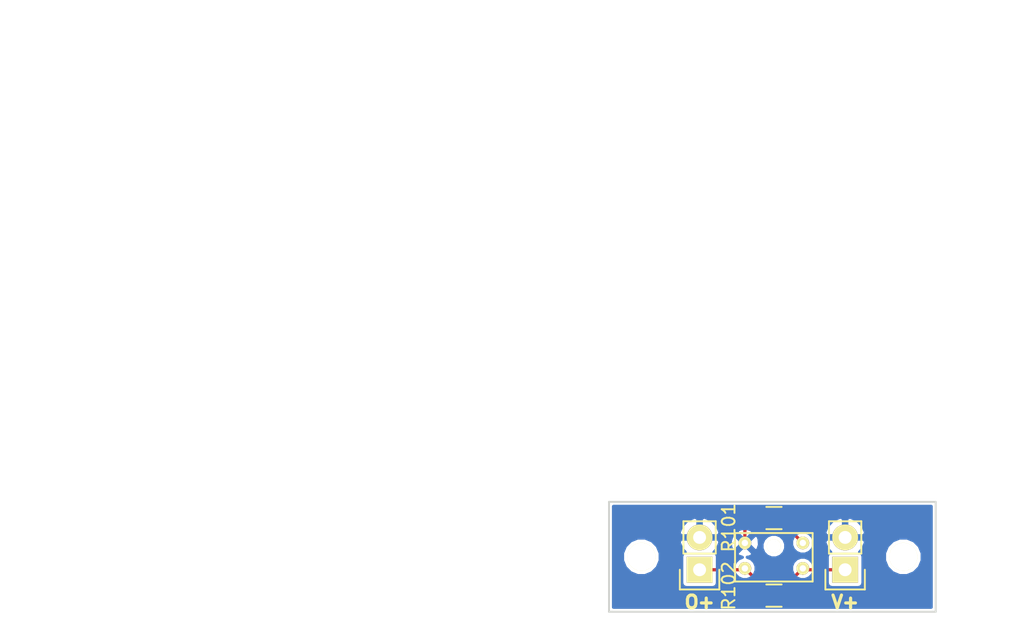
<source format=kicad_pcb>
(kicad_pcb (version 4) (host pcbnew 4.0.2+e4-6225~38~ubuntu16.04.1-stable)

  (general
    (links 0)
    (no_connects 0)
    (area 104.572999 74.854999 178.510001 125.763)
    (thickness 1.6)
    (drawings 23)
    (tracks 12)
    (zones 0)
    (modules 7)
    (nets 5)
  )

  (page A4)
  (title_block
    (title "Project Title")
  )

  (layers
    (0 F.Cu signal)
    (31 B.Cu signal)
    (34 B.Paste user)
    (35 F.Paste user)
    (36 B.SilkS user)
    (37 F.SilkS user)
    (38 B.Mask user)
    (39 F.Mask user)
    (44 Edge.Cuts user)
    (46 B.CrtYd user)
    (47 F.CrtYd user)
    (48 B.Fab user)
    (49 F.Fab user)
  )

  (setup
    (last_trace_width 0.254)
    (user_trace_width 0.1524)
    (user_trace_width 0.254)
    (user_trace_width 0.3302)
    (user_trace_width 0.508)
    (user_trace_width 0.762)
    (user_trace_width 1.27)
    (trace_clearance 0.254)
    (zone_clearance 0.1524)
    (zone_45_only no)
    (trace_min 0.1524)
    (segment_width 0.2)
    (edge_width 0.15)
    (via_size 0.6858)
    (via_drill 0.3302)
    (via_min_size 0.6858)
    (via_min_drill 0.3302)
    (user_via 0.6858 0.3302)
    (user_via 0.762 0.4064)
    (user_via 0.8636 0.508)
    (uvia_size 0.6858)
    (uvia_drill 0.3302)
    (uvias_allowed no)
    (uvia_min_size 0)
    (uvia_min_drill 0)
    (pcb_text_width 0.3)
    (pcb_text_size 1.5 1.5)
    (mod_edge_width 0.15)
    (mod_text_size 1 1)
    (mod_text_width 0.15)
    (pad_size 1.524 1.524)
    (pad_drill 0.762)
    (pad_to_mask_clearance 0.2)
    (aux_axis_origin 0 0)
    (visible_elements FFFEDF7D)
    (pcbplotparams
      (layerselection 0x000fc_80000001)
      (usegerberextensions true)
      (excludeedgelayer true)
      (linewidth 0.100000)
      (plotframeref false)
      (viasonmask false)
      (mode 1)
      (useauxorigin false)
      (hpglpennumber 1)
      (hpglpenspeed 20)
      (hpglpendiameter 15)
      (hpglpenoverlay 2)
      (psnegative false)
      (psa4output false)
      (plotreference true)
      (plotvalue true)
      (plotinvisibletext false)
      (padsonsilk false)
      (subtractmaskfromsilk false)
      (outputformat 1)
      (mirror false)
      (drillshape 0)
      (scaleselection 1)
      (outputdirectory ""))
  )

  (net 0 "")
  (net 1 VCC)
  (net 2 GND)
  (net 3 "Net-(P102-Pad1)")
  (net 4 "Net-(R101-Pad1)")

  (net_class Default "This is the default net class."
    (clearance 0.254)
    (trace_width 0.254)
    (via_dia 0.6858)
    (via_drill 0.3302)
    (uvia_dia 0.6858)
    (uvia_drill 0.3302)
    (add_net GND)
    (add_net "Net-(P102-Pad1)")
    (add_net "Net-(R101-Pad1)")
    (add_net VCC)
  )

  (module Mounting_Holes:MountingHole_2.2mm_M2 (layer F.Cu) (tedit 57A52C6D) (tstamp 57A52B9E)
    (at 175.514 118.618)
    (descr "Mounting Hole 2.2mm, no annular, M2")
    (tags "mounting hole 2.2mm no annular m2")
    (fp_text reference REF** (at 0 -3.2) (layer F.SilkS) hide
      (effects (font (size 1 1) (thickness 0.15)))
    )
    (fp_text value MountingHole_2.2mm_M2 (at 0 3.2) (layer F.Fab)
      (effects (font (size 1 1) (thickness 0.15)))
    )
    (fp_circle (center 0 0) (end 2.2 0) (layer Cmts.User) (width 0.15))
    (fp_circle (center 0 0) (end 2.45 0) (layer F.CrtYd) (width 0.05))
    (pad 1 np_thru_hole circle (at 0 0) (size 2.2 2.2) (drill 2.2) (layers *.Cu *.Mask F.SilkS))
  )

  (module Pin_Headers:Pin_Header_Straight_1x02 (layer F.Cu) (tedit 57A52752) (tstamp 57A526CC)
    (at 170.942 119.634 180)
    (descr "Through hole pin header")
    (tags "pin header")
    (path /57A5313B)
    (fp_text reference P101 (at 0 -5.1 180) (layer F.SilkS) hide
      (effects (font (size 1 1) (thickness 0.15)))
    )
    (fp_text value VCC (at 0 -3.1 180) (layer F.Fab)
      (effects (font (size 1 1) (thickness 0.15)))
    )
    (fp_line (start 1.27 1.27) (end 1.27 3.81) (layer F.SilkS) (width 0.15))
    (fp_line (start 1.55 -1.55) (end 1.55 0) (layer F.SilkS) (width 0.15))
    (fp_line (start -1.75 -1.75) (end -1.75 4.3) (layer F.CrtYd) (width 0.05))
    (fp_line (start 1.75 -1.75) (end 1.75 4.3) (layer F.CrtYd) (width 0.05))
    (fp_line (start -1.75 -1.75) (end 1.75 -1.75) (layer F.CrtYd) (width 0.05))
    (fp_line (start -1.75 4.3) (end 1.75 4.3) (layer F.CrtYd) (width 0.05))
    (fp_line (start 1.27 1.27) (end -1.27 1.27) (layer F.SilkS) (width 0.15))
    (fp_line (start -1.55 0) (end -1.55 -1.55) (layer F.SilkS) (width 0.15))
    (fp_line (start -1.55 -1.55) (end 1.55 -1.55) (layer F.SilkS) (width 0.15))
    (fp_line (start -1.27 1.27) (end -1.27 3.81) (layer F.SilkS) (width 0.15))
    (fp_line (start -1.27 3.81) (end 1.27 3.81) (layer F.SilkS) (width 0.15))
    (pad 1 thru_hole rect (at 0 0 180) (size 2.032 2.032) (drill 1.016) (layers *.Cu *.Mask F.SilkS)
      (net 1 VCC))
    (pad 2 thru_hole oval (at 0 2.54 180) (size 2.032 2.032) (drill 1.016) (layers *.Cu *.Mask F.SilkS)
      (net 2 GND))
    (model Pin_Headers.3dshapes/Pin_Header_Straight_1x02.wrl
      (at (xyz 0 -0.05 0))
      (scale (xyz 1 1 1))
      (rotate (xyz 0 0 90))
    )
  )

  (module Resistors_SMD:R_0805_HandSoldering (layer F.Cu) (tedit 54189DEE) (tstamp 57A526D8)
    (at 165.354 115.57 180)
    (descr "Resistor SMD 0805, hand soldering")
    (tags "resistor 0805")
    (path /57A52182)
    (attr smd)
    (fp_text reference R101 (at 3.556 -0.762 270) (layer F.SilkS)
      (effects (font (size 1 1) (thickness 0.15)))
    )
    (fp_text value 100 (at 0 2.1 180) (layer F.Fab)
      (effects (font (size 1 1) (thickness 0.15)))
    )
    (fp_line (start -2.4 -1) (end 2.4 -1) (layer F.CrtYd) (width 0.05))
    (fp_line (start -2.4 1) (end 2.4 1) (layer F.CrtYd) (width 0.05))
    (fp_line (start -2.4 -1) (end -2.4 1) (layer F.CrtYd) (width 0.05))
    (fp_line (start 2.4 -1) (end 2.4 1) (layer F.CrtYd) (width 0.05))
    (fp_line (start 0.6 0.875) (end -0.6 0.875) (layer F.SilkS) (width 0.15))
    (fp_line (start -0.6 -0.875) (end 0.6 -0.875) (layer F.SilkS) (width 0.15))
    (pad 1 smd rect (at -1.35 0 180) (size 1.5 1.3) (layers F.Cu F.Paste F.Mask)
      (net 4 "Net-(R101-Pad1)"))
    (pad 2 smd rect (at 1.35 0 180) (size 1.5 1.3) (layers F.Cu F.Paste F.Mask)
      (net 2 GND))
    (model Resistors_SMD.3dshapes/R_0805_HandSoldering.wrl
      (at (xyz 0 0 0))
      (scale (xyz 1 1 1))
      (rotate (xyz 0 0 0))
    )
  )

  (module Resistors_SMD:R_0805_HandSoldering (layer F.Cu) (tedit 54189DEE) (tstamp 57A526DE)
    (at 165.354 121.666 180)
    (descr "Resistor SMD 0805, hand soldering")
    (tags "resistor 0805")
    (path /57A52450)
    (attr smd)
    (fp_text reference R102 (at 3.556 0.762 270) (layer F.SilkS)
      (effects (font (size 1 1) (thickness 0.15)))
    )
    (fp_text value 10k (at 0 2.1 180) (layer F.Fab)
      (effects (font (size 1 1) (thickness 0.15)))
    )
    (fp_line (start -2.4 -1) (end 2.4 -1) (layer F.CrtYd) (width 0.05))
    (fp_line (start -2.4 1) (end 2.4 1) (layer F.CrtYd) (width 0.05))
    (fp_line (start -2.4 -1) (end -2.4 1) (layer F.CrtYd) (width 0.05))
    (fp_line (start 2.4 -1) (end 2.4 1) (layer F.CrtYd) (width 0.05))
    (fp_line (start 0.6 0.875) (end -0.6 0.875) (layer F.SilkS) (width 0.15))
    (fp_line (start -0.6 -0.875) (end 0.6 -0.875) (layer F.SilkS) (width 0.15))
    (pad 1 smd rect (at -1.35 0 180) (size 1.5 1.3) (layers F.Cu F.Paste F.Mask)
      (net 1 VCC))
    (pad 2 smd rect (at 1.35 0 180) (size 1.5 1.3) (layers F.Cu F.Paste F.Mask)
      (net 3 "Net-(P102-Pad1)"))
    (model Resistors_SMD.3dshapes/R_0805_HandSoldering.wrl
      (at (xyz 0 0 0))
      (scale (xyz 1 1 1))
      (rotate (xyz 0 0 0))
    )
  )

  (module encoder:GP1S094HCZ0F (layer F.Cu) (tedit 57A5277D) (tstamp 57A526E7)
    (at 165.344714 118.527)
    (path /57A51DA6)
    (fp_text reference U101 (at 0 4.826) (layer F.SilkS) hide
      (effects (font (size 1 1) (thickness 0.15)))
    )
    (fp_text value GP1S094HCZ0F (at 0 -2.794) (layer F.Fab)
      (effects (font (size 1 1) (thickness 0.15)))
    )
    (fp_line (start 3.048 2.032) (end 3.048 -1.778) (layer F.SilkS) (width 0.15))
    (fp_line (start -3.048 2.032) (end 3.048 2.032) (layer F.SilkS) (width 0.15))
    (fp_line (start -3.048 2.032) (end -3.048 -1.778) (layer F.SilkS) (width 0.15))
    (fp_line (start -3.048 -1.778) (end 3.048 -1.778) (layer F.SilkS) (width 0.15))
    (pad 3 thru_hole circle (at -2.275 -1) (size 1 1) (drill 0.5) (layers *.Cu *.Mask F.SilkS)
      (net 2 GND))
    (pad 2 thru_hole circle (at -2.275 1) (size 1 1) (drill 0.5) (layers *.Cu *.Mask F.SilkS)
      (net 3 "Net-(P102-Pad1)"))
    (pad 1 thru_hole circle (at 2.275 1) (size 1 1) (drill 0.5) (layers *.Cu *.Mask F.SilkS)
      (net 1 VCC))
    (pad 4 thru_hole circle (at 2.275 -1) (size 1 1) (drill 0.5) (layers *.Cu *.Mask F.SilkS)
      (net 4 "Net-(R101-Pad1)"))
    (pad "" np_thru_hole circle (at 0 -0.75) (size 1.1 1.1) (drill 1.1) (layers *.Cu *.Mask F.SilkS))
  )

  (module Pin_Headers:Pin_Header_Straight_1x02 (layer F.Cu) (tedit 57A5274F) (tstamp 57A52721)
    (at 159.512 119.634 180)
    (descr "Through hole pin header")
    (tags "pin header")
    (path /57A53442)
    (fp_text reference P102 (at 0 -5.1 180) (layer F.SilkS) hide
      (effects (font (size 1 1) (thickness 0.15)))
    )
    (fp_text value OPTO (at 0 -3.1 180) (layer F.Fab)
      (effects (font (size 1 1) (thickness 0.15)))
    )
    (fp_line (start 1.27 1.27) (end 1.27 3.81) (layer F.SilkS) (width 0.15))
    (fp_line (start 1.55 -1.55) (end 1.55 0) (layer F.SilkS) (width 0.15))
    (fp_line (start -1.75 -1.75) (end -1.75 4.3) (layer F.CrtYd) (width 0.05))
    (fp_line (start 1.75 -1.75) (end 1.75 4.3) (layer F.CrtYd) (width 0.05))
    (fp_line (start -1.75 -1.75) (end 1.75 -1.75) (layer F.CrtYd) (width 0.05))
    (fp_line (start -1.75 4.3) (end 1.75 4.3) (layer F.CrtYd) (width 0.05))
    (fp_line (start 1.27 1.27) (end -1.27 1.27) (layer F.SilkS) (width 0.15))
    (fp_line (start -1.55 0) (end -1.55 -1.55) (layer F.SilkS) (width 0.15))
    (fp_line (start -1.55 -1.55) (end 1.55 -1.55) (layer F.SilkS) (width 0.15))
    (fp_line (start -1.27 1.27) (end -1.27 3.81) (layer F.SilkS) (width 0.15))
    (fp_line (start -1.27 3.81) (end 1.27 3.81) (layer F.SilkS) (width 0.15))
    (pad 1 thru_hole rect (at 0 0 180) (size 2.032 2.032) (drill 1.016) (layers *.Cu *.Mask F.SilkS)
      (net 3 "Net-(P102-Pad1)"))
    (pad 2 thru_hole oval (at 0 2.54 180) (size 2.032 2.032) (drill 1.016) (layers *.Cu *.Mask F.SilkS)
      (net 2 GND))
    (model Pin_Headers.3dshapes/Pin_Header_Straight_1x02.wrl
      (at (xyz 0 -0.05 0))
      (scale (xyz 1 1 1))
      (rotate (xyz 0 0 90))
    )
  )

  (module Mounting_Holes:MountingHole_2.2mm_M2 (layer F.Cu) (tedit 57A52C6B) (tstamp 57A52B88)
    (at 154.94 118.618)
    (descr "Mounting Hole 2.2mm, no annular, M2")
    (tags "mounting hole 2.2mm no annular m2")
    (fp_text reference REF** (at 0 -3.2) (layer F.SilkS) hide
      (effects (font (size 1 1) (thickness 0.15)))
    )
    (fp_text value MountingHole_2.2mm_M2 (at 0 3.2) (layer F.Fab)
      (effects (font (size 1 1) (thickness 0.15)))
    )
    (fp_circle (center 0 0) (end 2.2 0) (layer Cmts.User) (width 0.15))
    (fp_circle (center 0 0) (end 2.45 0) (layer F.CrtYd) (width 0.05))
    (pad 1 np_thru_hole circle (at 0 0) (size 2.2 2.2) (drill 2.2) (layers *.Cu *.Mask F.SilkS))
  )

  (gr_line (start 152.4 122.936) (end 152.4 114.3) (layer Edge.Cuts) (width 0.15))
  (gr_line (start 178.054 122.936) (end 152.4 122.936) (layer Edge.Cuts) (width 0.15))
  (gr_line (start 178.054 114.3) (end 178.054 122.936) (layer Edge.Cuts) (width 0.15))
  (gr_line (start 152.4 114.3) (end 178.054 114.3) (layer Edge.Cuts) (width 0.15))
  (gr_text V+ (at 170.942 122.174) (layer F.SilkS) (tstamp 57A5280B)
    (effects (font (size 1 1) (thickness 0.25)))
  )
  (gr_text O+ (at 159.512 122.174) (layer F.SilkS)
    (effects (font (size 1 1) (thickness 0.25)))
  )
  (gr_circle (center 117.348 76.962) (end 118.618 76.962) (layer Dwgs.User) (width 0.15))
  (gr_line (start 114.427 78.994) (end 114.427 74.93) (angle 90) (layer Dwgs.User) (width 0.15))
  (gr_line (start 120.269 78.994) (end 114.427 78.994) (angle 90) (layer Dwgs.User) (width 0.15))
  (gr_line (start 120.269 74.93) (end 120.269 78.994) (angle 90) (layer Dwgs.User) (width 0.15))
  (gr_line (start 114.427 74.93) (end 120.269 74.93) (angle 90) (layer Dwgs.User) (width 0.15))
  (gr_line (start 120.523 93.98) (end 104.648 93.98) (angle 90) (layer Dwgs.User) (width 0.15))
  (gr_line (start 173.355 102.235) (end 173.355 94.615) (angle 90) (layer Dwgs.User) (width 0.15))
  (gr_line (start 178.435 102.235) (end 173.355 102.235) (angle 90) (layer Dwgs.User) (width 0.15))
  (gr_line (start 178.435 94.615) (end 178.435 102.235) (angle 90) (layer Dwgs.User) (width 0.15))
  (gr_line (start 173.355 94.615) (end 178.435 94.615) (angle 90) (layer Dwgs.User) (width 0.15))
  (gr_line (start 109.093 123.19) (end 109.093 114.3) (angle 90) (layer Dwgs.User) (width 0.15))
  (gr_line (start 122.428 123.19) (end 109.093 123.19) (angle 90) (layer Dwgs.User) (width 0.15))
  (gr_line (start 122.428 114.3) (end 122.428 123.19) (angle 90) (layer Dwgs.User) (width 0.15))
  (gr_line (start 109.093 114.3) (end 122.428 114.3) (angle 90) (layer Dwgs.User) (width 0.15))
  (gr_line (start 104.648 93.98) (end 104.648 82.55) (angle 90) (layer Dwgs.User) (width 0.15))
  (gr_line (start 120.523 82.55) (end 120.523 93.98) (angle 90) (layer Dwgs.User) (width 0.15))
  (gr_line (start 104.648 82.55) (end 120.523 82.55) (angle 90) (layer Dwgs.User) (width 0.15))

  (segment (start 170.942 119.634) (end 167.726714 119.634) (width 0.254) (layer F.Cu) (net 1))
  (segment (start 167.726714 119.634) (end 167.619714 119.527) (width 0.254) (layer F.Cu) (net 1))
  (segment (start 166.704 121.666) (end 166.704 120.442714) (width 0.254) (layer F.Cu) (net 1))
  (segment (start 166.704 120.442714) (end 167.619714 119.527) (width 0.254) (layer F.Cu) (net 1))
  (segment (start 163.069714 117.527) (end 163.069714 116.504286) (width 0.254) (layer F.Cu) (net 2))
  (segment (start 163.069714 116.504286) (end 164.004 115.57) (width 0.254) (layer F.Cu) (net 2))
  (segment (start 159.512 119.634) (end 162.962714 119.634) (width 0.254) (layer F.Cu) (net 3))
  (segment (start 162.962714 119.634) (end 163.069714 119.527) (width 0.254) (layer F.Cu) (net 3))
  (segment (start 164.004 121.666) (end 164.004 120.461286) (width 0.254) (layer F.Cu) (net 3))
  (segment (start 164.004 120.461286) (end 163.069714 119.527) (width 0.254) (layer F.Cu) (net 3))
  (segment (start 166.704 115.57) (end 166.704 116.611286) (width 0.254) (layer F.Cu) (net 4))
  (segment (start 166.704 116.611286) (end 167.619714 117.527) (width 0.254) (layer F.Cu) (net 4))

  (zone (net 2) (net_name GND) (layer B.Cu) (tstamp 0) (hatch edge 0.508)
    (connect_pads (clearance 0.1524))
    (min_thickness 0.254)
    (fill yes (arc_segments 16) (thermal_gap 0.508) (thermal_bridge_width 0.508))
    (polygon
      (pts
        (xy 152.4 114.3) (xy 178.054 114.3) (xy 178.054 122.936) (xy 152.4 122.936)
      )
    )
    (filled_polygon
      (pts
        (xy 177.6996 122.5816) (xy 152.7544 122.5816) (xy 152.7544 118.911297) (xy 153.458743 118.911297) (xy 153.683737 119.455823)
        (xy 154.099985 119.872799) (xy 154.644118 120.098743) (xy 155.233297 120.099257) (xy 155.777823 119.874263) (xy 156.194799 119.458015)
        (xy 156.420743 118.913882) (xy 156.421257 118.324703) (xy 156.196263 117.780177) (xy 155.89356 117.476944) (xy 157.906025 117.476944)
        (xy 158.105615 117.958818) (xy 158.377342 118.251863) (xy 158.35481 118.256103) (xy 158.225135 118.339546) (xy 158.138141 118.466866)
        (xy 158.107536 118.618) (xy 158.107536 120.65) (xy 158.134103 120.79119) (xy 158.217546 120.920865) (xy 158.344866 121.007859)
        (xy 158.496 121.038464) (xy 160.528 121.038464) (xy 160.66919 121.011897) (xy 160.798865 120.928454) (xy 160.885859 120.801134)
        (xy 160.916464 120.65) (xy 160.916464 119.701473) (xy 162.188561 119.701473) (xy 162.322403 120.025395) (xy 162.570016 120.27344)
        (xy 162.893703 120.407847) (xy 163.244187 120.408153) (xy 163.568109 120.274311) (xy 163.816154 120.026698) (xy 163.950561 119.703011)
        (xy 163.950562 119.701473) (xy 166.738561 119.701473) (xy 166.872403 120.025395) (xy 167.120016 120.27344) (xy 167.443703 120.407847)
        (xy 167.794187 120.408153) (xy 168.118109 120.274311) (xy 168.366154 120.026698) (xy 168.500561 119.703011) (xy 168.500867 119.352527)
        (xy 168.367025 119.028605) (xy 168.119412 118.78056) (xy 167.795725 118.646153) (xy 167.445241 118.645847) (xy 167.121319 118.779689)
        (xy 166.873274 119.027302) (xy 166.738867 119.350989) (xy 166.738561 119.701473) (xy 163.950562 119.701473) (xy 163.950867 119.352527)
        (xy 163.817025 119.028605) (xy 163.569412 118.78056) (xy 163.258532 118.651471) (xy 163.375089 118.643217) (xy 163.643066 118.532217)
        (xy 163.680213 118.317104) (xy 163.069714 117.706605) (xy 162.459215 118.317104) (xy 162.496362 118.532217) (xy 162.869208 118.656604)
        (xy 162.571319 118.779689) (xy 162.323274 119.027302) (xy 162.188867 119.350989) (xy 162.188561 119.701473) (xy 160.916464 119.701473)
        (xy 160.916464 118.618) (xy 160.889897 118.47681) (xy 160.806454 118.347135) (xy 160.679134 118.260141) (xy 160.64533 118.253296)
        (xy 160.918385 117.958818) (xy 161.117975 117.476944) (xy 161.073767 117.381972) (xy 161.921602 117.381972) (xy 161.953497 117.832375)
        (xy 162.064497 118.100352) (xy 162.27961 118.137499) (xy 162.890109 117.527) (xy 163.249319 117.527) (xy 163.859818 118.137499)
        (xy 164.074931 118.100352) (xy 164.121295 117.961375) (xy 164.413553 117.961375) (xy 164.554991 118.30368) (xy 164.816657 118.565803)
        (xy 165.158714 118.707838) (xy 165.529089 118.708161) (xy 165.871394 118.566723) (xy 166.133517 118.305057) (xy 166.275552 117.963)
        (xy 166.27578 117.701473) (xy 166.738561 117.701473) (xy 166.872403 118.025395) (xy 167.120016 118.27344) (xy 167.443703 118.407847)
        (xy 167.794187 118.408153) (xy 168.118109 118.274311) (xy 168.366154 118.026698) (xy 168.500561 117.703011) (xy 168.500758 117.476944)
        (xy 169.336025 117.476944) (xy 169.535615 117.958818) (xy 169.807342 118.251863) (xy 169.78481 118.256103) (xy 169.655135 118.339546)
        (xy 169.568141 118.466866) (xy 169.537536 118.618) (xy 169.537536 120.65) (xy 169.564103 120.79119) (xy 169.647546 120.920865)
        (xy 169.774866 121.007859) (xy 169.926 121.038464) (xy 171.958 121.038464) (xy 172.09919 121.011897) (xy 172.228865 120.928454)
        (xy 172.315859 120.801134) (xy 172.346464 120.65) (xy 172.346464 118.911297) (xy 174.032743 118.911297) (xy 174.257737 119.455823)
        (xy 174.673985 119.872799) (xy 175.218118 120.098743) (xy 175.807297 120.099257) (xy 176.351823 119.874263) (xy 176.768799 119.458015)
        (xy 176.994743 118.913882) (xy 176.995257 118.324703) (xy 176.770263 117.780177) (xy 176.354015 117.363201) (xy 175.809882 117.137257)
        (xy 175.220703 117.136743) (xy 174.676177 117.361737) (xy 174.259201 117.777985) (xy 174.033257 118.322118) (xy 174.032743 118.911297)
        (xy 172.346464 118.911297) (xy 172.346464 118.618) (xy 172.319897 118.47681) (xy 172.236454 118.347135) (xy 172.109134 118.260141)
        (xy 172.07533 118.253296) (xy 172.348385 117.958818) (xy 172.547975 117.476944) (xy 172.428836 117.221) (xy 171.069 117.221)
        (xy 171.069 117.241) (xy 170.815 117.241) (xy 170.815 117.221) (xy 169.455164 117.221) (xy 169.336025 117.476944)
        (xy 168.500758 117.476944) (xy 168.500867 117.352527) (xy 168.367025 117.028605) (xy 168.119412 116.78056) (xy 167.952029 116.711056)
        (xy 169.336025 116.711056) (xy 169.455164 116.967) (xy 170.815 116.967) (xy 170.815 115.606633) (xy 171.069 115.606633)
        (xy 171.069 116.967) (xy 172.428836 116.967) (xy 172.547975 116.711056) (xy 172.348385 116.229182) (xy 171.910379 115.756812)
        (xy 171.324946 115.488017) (xy 171.069 115.606633) (xy 170.815 115.606633) (xy 170.559054 115.488017) (xy 169.973621 115.756812)
        (xy 169.535615 116.229182) (xy 169.336025 116.711056) (xy 167.952029 116.711056) (xy 167.795725 116.646153) (xy 167.445241 116.645847)
        (xy 167.121319 116.779689) (xy 166.873274 117.027302) (xy 166.738867 117.350989) (xy 166.738561 117.701473) (xy 166.27578 117.701473)
        (xy 166.275875 117.592625) (xy 166.134437 117.25032) (xy 165.872771 116.988197) (xy 165.530714 116.846162) (xy 165.160339 116.845839)
        (xy 164.818034 116.987277) (xy 164.555911 117.248943) (xy 164.413876 117.591) (xy 164.413553 117.961375) (xy 164.121295 117.961375)
        (xy 164.217826 117.672028) (xy 164.185931 117.221625) (xy 164.074931 116.953648) (xy 163.859818 116.916501) (xy 163.249319 117.527)
        (xy 162.890109 117.527) (xy 162.27961 116.916501) (xy 162.064497 116.953648) (xy 161.921602 117.381972) (xy 161.073767 117.381972)
        (xy 160.998836 117.221) (xy 159.639 117.221) (xy 159.639 117.241) (xy 159.385 117.241) (xy 159.385 117.221)
        (xy 158.025164 117.221) (xy 157.906025 117.476944) (xy 155.89356 117.476944) (xy 155.780015 117.363201) (xy 155.235882 117.137257)
        (xy 154.646703 117.136743) (xy 154.102177 117.361737) (xy 153.685201 117.777985) (xy 153.459257 118.322118) (xy 153.458743 118.911297)
        (xy 152.7544 118.911297) (xy 152.7544 116.711056) (xy 157.906025 116.711056) (xy 158.025164 116.967) (xy 159.385 116.967)
        (xy 159.385 115.606633) (xy 159.639 115.606633) (xy 159.639 116.967) (xy 160.998836 116.967) (xy 161.105946 116.736896)
        (xy 162.459215 116.736896) (xy 163.069714 117.347395) (xy 163.680213 116.736896) (xy 163.643066 116.521783) (xy 163.214742 116.378888)
        (xy 162.764339 116.410783) (xy 162.496362 116.521783) (xy 162.459215 116.736896) (xy 161.105946 116.736896) (xy 161.117975 116.711056)
        (xy 160.918385 116.229182) (xy 160.480379 115.756812) (xy 159.894946 115.488017) (xy 159.639 115.606633) (xy 159.385 115.606633)
        (xy 159.129054 115.488017) (xy 158.543621 115.756812) (xy 158.105615 116.229182) (xy 157.906025 116.711056) (xy 152.7544 116.711056)
        (xy 152.7544 114.6544) (xy 177.6996 114.6544)
      )
    )
  )
)

</source>
